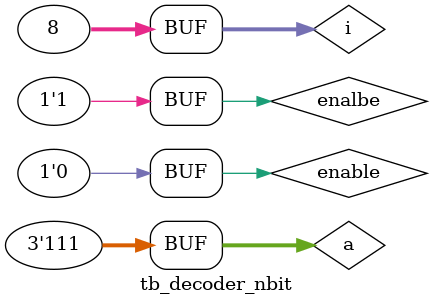
<source format=v>
`timescale 1us/1ns
module tb_decoder_nbit();

    parameter DEC_WIDTH = 3;
    reg [DEC_WIDTH-1:0] a;
    reg enable;
    wire [2**DEC_WIDTH-1:0] y;

    integer i; //used in the for loop

    // Instantiate the parameterized OUT
    decoder_nbit
    #(.N(DEC_WIDTH))
    DEC1
    (
        .a(a),
        .enable(enable),
        .y(y)
    );

    // Create stimulus
    initial begin
        $monitor($time, "a=%d, enable=%b, y=%b", a, enable, y);
        #1; a=0; enable=0;
        for (i=0; i<2**DEC_WIDTH; i=i+1) begin
            #1; a=i; enalbe=1;
        end
    end
endmodule
</source>
